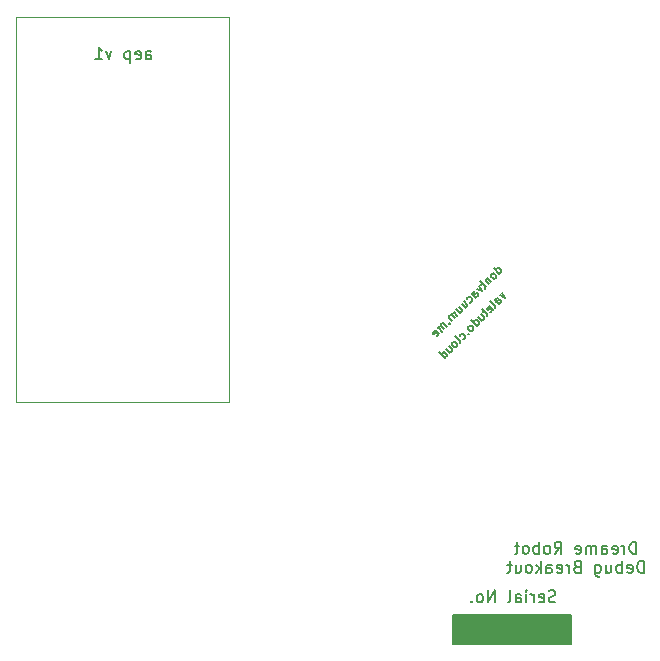
<source format=gbr>
%TF.GenerationSoftware,KiCad,Pcbnew,7.0.7*%
%TF.CreationDate,2023-09-15T20:16:18+02:00*%
%TF.ProjectId,DreameBreakout,44726561-6d65-4427-9265-616b6f75742e,rev?*%
%TF.SameCoordinates,Original*%
%TF.FileFunction,Legend,Bot*%
%TF.FilePolarity,Positive*%
%FSLAX45Y45*%
G04 Gerber Fmt 4.5, Leading zero omitted, Abs format (unit mm)*
G04 Created by KiCad (PCBNEW 7.0.7) date 2023-09-15 20:16:18*
%MOMM*%
%LPD*%
G01*
G04 APERTURE LIST*
%TA.AperFunction,Profile*%
%ADD10C,0.100000*%
%TD*%
%ADD11C,0.150000*%
%ADD12C,0.175000*%
%ADD13R,1.700000X1.700000*%
%ADD14O,1.700000X1.700000*%
%ADD15R,1.428000X1.428000*%
%ADD16C,1.428000*%
%ADD17C,3.346000*%
%ADD18R,1.350000X1.350000*%
%ADD19O,1.350000X1.350000*%
%ADD20O,1.252400X2.352400*%
%ADD21C,1.700000*%
G04 APERTURE END LIST*
D10*
X5000000Y-4065500D02*
X6800000Y-4065500D01*
X6800000Y-7332600D01*
X5000000Y-7332600D01*
X5000000Y-4065500D01*
D11*
X8694800Y-9131300D02*
X9694800Y-9131300D01*
X9694800Y-9381300D01*
X8694800Y-9381300D01*
X8694800Y-9131300D01*
G36*
X8694800Y-9131300D02*
G01*
X9694800Y-9131300D01*
X9694800Y-9381300D01*
X8694800Y-9381300D01*
X8694800Y-9131300D01*
G37*
X10248043Y-8613682D02*
X10248043Y-8513682D01*
X10248043Y-8513682D02*
X10224233Y-8513682D01*
X10224233Y-8513682D02*
X10209948Y-8518444D01*
X10209948Y-8518444D02*
X10200424Y-8527968D01*
X10200424Y-8527968D02*
X10195662Y-8537491D01*
X10195662Y-8537491D02*
X10190900Y-8556539D01*
X10190900Y-8556539D02*
X10190900Y-8570825D01*
X10190900Y-8570825D02*
X10195662Y-8589872D01*
X10195662Y-8589872D02*
X10200424Y-8599396D01*
X10200424Y-8599396D02*
X10209948Y-8608920D01*
X10209948Y-8608920D02*
X10224233Y-8613682D01*
X10224233Y-8613682D02*
X10248043Y-8613682D01*
X10148043Y-8613682D02*
X10148043Y-8547015D01*
X10148043Y-8566063D02*
X10143281Y-8556539D01*
X10143281Y-8556539D02*
X10138519Y-8551777D01*
X10138519Y-8551777D02*
X10128995Y-8547015D01*
X10128995Y-8547015D02*
X10119471Y-8547015D01*
X10048043Y-8608920D02*
X10057567Y-8613682D01*
X10057567Y-8613682D02*
X10076614Y-8613682D01*
X10076614Y-8613682D02*
X10086138Y-8608920D01*
X10086138Y-8608920D02*
X10090900Y-8599396D01*
X10090900Y-8599396D02*
X10090900Y-8561301D01*
X10090900Y-8561301D02*
X10086138Y-8551777D01*
X10086138Y-8551777D02*
X10076614Y-8547015D01*
X10076614Y-8547015D02*
X10057567Y-8547015D01*
X10057567Y-8547015D02*
X10048043Y-8551777D01*
X10048043Y-8551777D02*
X10043281Y-8561301D01*
X10043281Y-8561301D02*
X10043281Y-8570825D01*
X10043281Y-8570825D02*
X10090900Y-8580349D01*
X9957567Y-8613682D02*
X9957567Y-8561301D01*
X9957567Y-8561301D02*
X9962329Y-8551777D01*
X9962329Y-8551777D02*
X9971852Y-8547015D01*
X9971852Y-8547015D02*
X9990900Y-8547015D01*
X9990900Y-8547015D02*
X10000424Y-8551777D01*
X9957567Y-8608920D02*
X9967090Y-8613682D01*
X9967090Y-8613682D02*
X9990900Y-8613682D01*
X9990900Y-8613682D02*
X10000424Y-8608920D01*
X10000424Y-8608920D02*
X10005186Y-8599396D01*
X10005186Y-8599396D02*
X10005186Y-8589872D01*
X10005186Y-8589872D02*
X10000424Y-8580349D01*
X10000424Y-8580349D02*
X9990900Y-8575587D01*
X9990900Y-8575587D02*
X9967090Y-8575587D01*
X9967090Y-8575587D02*
X9957567Y-8570825D01*
X9909948Y-8613682D02*
X9909948Y-8547015D01*
X9909948Y-8556539D02*
X9905186Y-8551777D01*
X9905186Y-8551777D02*
X9895662Y-8547015D01*
X9895662Y-8547015D02*
X9881376Y-8547015D01*
X9881376Y-8547015D02*
X9871852Y-8551777D01*
X9871852Y-8551777D02*
X9867090Y-8561301D01*
X9867090Y-8561301D02*
X9867090Y-8613682D01*
X9867090Y-8561301D02*
X9862329Y-8551777D01*
X9862329Y-8551777D02*
X9852805Y-8547015D01*
X9852805Y-8547015D02*
X9838519Y-8547015D01*
X9838519Y-8547015D02*
X9828995Y-8551777D01*
X9828995Y-8551777D02*
X9824233Y-8561301D01*
X9824233Y-8561301D02*
X9824233Y-8613682D01*
X9738519Y-8608920D02*
X9748043Y-8613682D01*
X9748043Y-8613682D02*
X9767090Y-8613682D01*
X9767090Y-8613682D02*
X9776614Y-8608920D01*
X9776614Y-8608920D02*
X9781376Y-8599396D01*
X9781376Y-8599396D02*
X9781376Y-8561301D01*
X9781376Y-8561301D02*
X9776614Y-8551777D01*
X9776614Y-8551777D02*
X9767090Y-8547015D01*
X9767090Y-8547015D02*
X9748043Y-8547015D01*
X9748043Y-8547015D02*
X9738519Y-8551777D01*
X9738519Y-8551777D02*
X9733757Y-8561301D01*
X9733757Y-8561301D02*
X9733757Y-8570825D01*
X9733757Y-8570825D02*
X9781376Y-8580349D01*
X9557567Y-8613682D02*
X9590900Y-8566063D01*
X9614709Y-8613682D02*
X9614709Y-8513682D01*
X9614709Y-8513682D02*
X9576614Y-8513682D01*
X9576614Y-8513682D02*
X9567090Y-8518444D01*
X9567090Y-8518444D02*
X9562329Y-8523206D01*
X9562329Y-8523206D02*
X9557567Y-8532730D01*
X9557567Y-8532730D02*
X9557567Y-8547015D01*
X9557567Y-8547015D02*
X9562329Y-8556539D01*
X9562329Y-8556539D02*
X9567090Y-8561301D01*
X9567090Y-8561301D02*
X9576614Y-8566063D01*
X9576614Y-8566063D02*
X9614709Y-8566063D01*
X9500424Y-8613682D02*
X9509948Y-8608920D01*
X9509948Y-8608920D02*
X9514709Y-8604158D01*
X9514709Y-8604158D02*
X9519471Y-8594634D01*
X9519471Y-8594634D02*
X9519471Y-8566063D01*
X9519471Y-8566063D02*
X9514709Y-8556539D01*
X9514709Y-8556539D02*
X9509948Y-8551777D01*
X9509948Y-8551777D02*
X9500424Y-8547015D01*
X9500424Y-8547015D02*
X9486138Y-8547015D01*
X9486138Y-8547015D02*
X9476614Y-8551777D01*
X9476614Y-8551777D02*
X9471852Y-8556539D01*
X9471852Y-8556539D02*
X9467090Y-8566063D01*
X9467090Y-8566063D02*
X9467090Y-8594634D01*
X9467090Y-8594634D02*
X9471852Y-8604158D01*
X9471852Y-8604158D02*
X9476614Y-8608920D01*
X9476614Y-8608920D02*
X9486138Y-8613682D01*
X9486138Y-8613682D02*
X9500424Y-8613682D01*
X9424233Y-8613682D02*
X9424233Y-8513682D01*
X9424233Y-8551777D02*
X9414709Y-8547015D01*
X9414709Y-8547015D02*
X9395662Y-8547015D01*
X9395662Y-8547015D02*
X9386138Y-8551777D01*
X9386138Y-8551777D02*
X9381376Y-8556539D01*
X9381376Y-8556539D02*
X9376614Y-8566063D01*
X9376614Y-8566063D02*
X9376614Y-8594634D01*
X9376614Y-8594634D02*
X9381376Y-8604158D01*
X9381376Y-8604158D02*
X9386138Y-8608920D01*
X9386138Y-8608920D02*
X9395662Y-8613682D01*
X9395662Y-8613682D02*
X9414709Y-8613682D01*
X9414709Y-8613682D02*
X9424233Y-8608920D01*
X9319471Y-8613682D02*
X9328995Y-8608920D01*
X9328995Y-8608920D02*
X9333757Y-8604158D01*
X9333757Y-8604158D02*
X9338519Y-8594634D01*
X9338519Y-8594634D02*
X9338519Y-8566063D01*
X9338519Y-8566063D02*
X9333757Y-8556539D01*
X9333757Y-8556539D02*
X9328995Y-8551777D01*
X9328995Y-8551777D02*
X9319471Y-8547015D01*
X9319471Y-8547015D02*
X9305186Y-8547015D01*
X9305186Y-8547015D02*
X9295662Y-8551777D01*
X9295662Y-8551777D02*
X9290900Y-8556539D01*
X9290900Y-8556539D02*
X9286138Y-8566063D01*
X9286138Y-8566063D02*
X9286138Y-8594634D01*
X9286138Y-8594634D02*
X9290900Y-8604158D01*
X9290900Y-8604158D02*
X9295662Y-8608920D01*
X9295662Y-8608920D02*
X9305186Y-8613682D01*
X9305186Y-8613682D02*
X9319471Y-8613682D01*
X9257567Y-8547015D02*
X9219471Y-8547015D01*
X9243281Y-8513682D02*
X9243281Y-8599396D01*
X9243281Y-8599396D02*
X9238519Y-8608920D01*
X9238519Y-8608920D02*
X9228995Y-8613682D01*
X9228995Y-8613682D02*
X9219471Y-8613682D01*
X10312329Y-8774682D02*
X10312329Y-8674682D01*
X10312329Y-8674682D02*
X10288519Y-8674682D01*
X10288519Y-8674682D02*
X10274233Y-8679444D01*
X10274233Y-8679444D02*
X10264710Y-8688968D01*
X10264710Y-8688968D02*
X10259948Y-8698491D01*
X10259948Y-8698491D02*
X10255186Y-8717539D01*
X10255186Y-8717539D02*
X10255186Y-8731825D01*
X10255186Y-8731825D02*
X10259948Y-8750872D01*
X10259948Y-8750872D02*
X10264710Y-8760396D01*
X10264710Y-8760396D02*
X10274233Y-8769920D01*
X10274233Y-8769920D02*
X10288519Y-8774682D01*
X10288519Y-8774682D02*
X10312329Y-8774682D01*
X10174233Y-8769920D02*
X10183757Y-8774682D01*
X10183757Y-8774682D02*
X10202805Y-8774682D01*
X10202805Y-8774682D02*
X10212329Y-8769920D01*
X10212329Y-8769920D02*
X10217091Y-8760396D01*
X10217091Y-8760396D02*
X10217091Y-8722301D01*
X10217091Y-8722301D02*
X10212329Y-8712777D01*
X10212329Y-8712777D02*
X10202805Y-8708015D01*
X10202805Y-8708015D02*
X10183757Y-8708015D01*
X10183757Y-8708015D02*
X10174233Y-8712777D01*
X10174233Y-8712777D02*
X10169472Y-8722301D01*
X10169472Y-8722301D02*
X10169472Y-8731825D01*
X10169472Y-8731825D02*
X10217091Y-8741349D01*
X10126614Y-8774682D02*
X10126614Y-8674682D01*
X10126614Y-8712777D02*
X10117091Y-8708015D01*
X10117091Y-8708015D02*
X10098043Y-8708015D01*
X10098043Y-8708015D02*
X10088519Y-8712777D01*
X10088519Y-8712777D02*
X10083757Y-8717539D01*
X10083757Y-8717539D02*
X10078995Y-8727063D01*
X10078995Y-8727063D02*
X10078995Y-8755634D01*
X10078995Y-8755634D02*
X10083757Y-8765158D01*
X10083757Y-8765158D02*
X10088519Y-8769920D01*
X10088519Y-8769920D02*
X10098043Y-8774682D01*
X10098043Y-8774682D02*
X10117091Y-8774682D01*
X10117091Y-8774682D02*
X10126614Y-8769920D01*
X9993281Y-8708015D02*
X9993281Y-8774682D01*
X10036138Y-8708015D02*
X10036138Y-8760396D01*
X10036138Y-8760396D02*
X10031376Y-8769920D01*
X10031376Y-8769920D02*
X10021852Y-8774682D01*
X10021852Y-8774682D02*
X10007567Y-8774682D01*
X10007567Y-8774682D02*
X9998043Y-8769920D01*
X9998043Y-8769920D02*
X9993281Y-8765158D01*
X9902805Y-8708015D02*
X9902805Y-8788968D01*
X9902805Y-8788968D02*
X9907567Y-8798491D01*
X9907567Y-8798491D02*
X9912329Y-8803253D01*
X9912329Y-8803253D02*
X9921852Y-8808015D01*
X9921852Y-8808015D02*
X9936138Y-8808015D01*
X9936138Y-8808015D02*
X9945662Y-8803253D01*
X9902805Y-8769920D02*
X9912329Y-8774682D01*
X9912329Y-8774682D02*
X9931376Y-8774682D01*
X9931376Y-8774682D02*
X9940900Y-8769920D01*
X9940900Y-8769920D02*
X9945662Y-8765158D01*
X9945662Y-8765158D02*
X9950424Y-8755634D01*
X9950424Y-8755634D02*
X9950424Y-8727063D01*
X9950424Y-8727063D02*
X9945662Y-8717539D01*
X9945662Y-8717539D02*
X9940900Y-8712777D01*
X9940900Y-8712777D02*
X9931376Y-8708015D01*
X9931376Y-8708015D02*
X9912329Y-8708015D01*
X9912329Y-8708015D02*
X9902805Y-8712777D01*
X9745662Y-8722301D02*
X9731376Y-8727063D01*
X9731376Y-8727063D02*
X9726614Y-8731825D01*
X9726614Y-8731825D02*
X9721852Y-8741349D01*
X9721852Y-8741349D02*
X9721852Y-8755634D01*
X9721852Y-8755634D02*
X9726614Y-8765158D01*
X9726614Y-8765158D02*
X9731376Y-8769920D01*
X9731376Y-8769920D02*
X9740900Y-8774682D01*
X9740900Y-8774682D02*
X9778995Y-8774682D01*
X9778995Y-8774682D02*
X9778995Y-8674682D01*
X9778995Y-8674682D02*
X9745662Y-8674682D01*
X9745662Y-8674682D02*
X9736138Y-8679444D01*
X9736138Y-8679444D02*
X9731376Y-8684206D01*
X9731376Y-8684206D02*
X9726614Y-8693730D01*
X9726614Y-8693730D02*
X9726614Y-8703253D01*
X9726614Y-8703253D02*
X9731376Y-8712777D01*
X9731376Y-8712777D02*
X9736138Y-8717539D01*
X9736138Y-8717539D02*
X9745662Y-8722301D01*
X9745662Y-8722301D02*
X9778995Y-8722301D01*
X9678995Y-8774682D02*
X9678995Y-8708015D01*
X9678995Y-8727063D02*
X9674233Y-8717539D01*
X9674233Y-8717539D02*
X9669471Y-8712777D01*
X9669471Y-8712777D02*
X9659948Y-8708015D01*
X9659948Y-8708015D02*
X9650424Y-8708015D01*
X9578995Y-8769920D02*
X9588519Y-8774682D01*
X9588519Y-8774682D02*
X9607567Y-8774682D01*
X9607567Y-8774682D02*
X9617090Y-8769920D01*
X9617090Y-8769920D02*
X9621852Y-8760396D01*
X9621852Y-8760396D02*
X9621852Y-8722301D01*
X9621852Y-8722301D02*
X9617090Y-8712777D01*
X9617090Y-8712777D02*
X9607567Y-8708015D01*
X9607567Y-8708015D02*
X9588519Y-8708015D01*
X9588519Y-8708015D02*
X9578995Y-8712777D01*
X9578995Y-8712777D02*
X9574233Y-8722301D01*
X9574233Y-8722301D02*
X9574233Y-8731825D01*
X9574233Y-8731825D02*
X9621852Y-8741349D01*
X9488519Y-8774682D02*
X9488519Y-8722301D01*
X9488519Y-8722301D02*
X9493281Y-8712777D01*
X9493281Y-8712777D02*
X9502805Y-8708015D01*
X9502805Y-8708015D02*
X9521852Y-8708015D01*
X9521852Y-8708015D02*
X9531376Y-8712777D01*
X9488519Y-8769920D02*
X9498043Y-8774682D01*
X9498043Y-8774682D02*
X9521852Y-8774682D01*
X9521852Y-8774682D02*
X9531376Y-8769920D01*
X9531376Y-8769920D02*
X9536138Y-8760396D01*
X9536138Y-8760396D02*
X9536138Y-8750872D01*
X9536138Y-8750872D02*
X9531376Y-8741349D01*
X9531376Y-8741349D02*
X9521852Y-8736587D01*
X9521852Y-8736587D02*
X9498043Y-8736587D01*
X9498043Y-8736587D02*
X9488519Y-8731825D01*
X9440900Y-8774682D02*
X9440900Y-8674682D01*
X9431376Y-8736587D02*
X9402805Y-8774682D01*
X9402805Y-8708015D02*
X9440900Y-8746110D01*
X9345662Y-8774682D02*
X9355186Y-8769920D01*
X9355186Y-8769920D02*
X9359948Y-8765158D01*
X9359948Y-8765158D02*
X9364709Y-8755634D01*
X9364709Y-8755634D02*
X9364709Y-8727063D01*
X9364709Y-8727063D02*
X9359948Y-8717539D01*
X9359948Y-8717539D02*
X9355186Y-8712777D01*
X9355186Y-8712777D02*
X9345662Y-8708015D01*
X9345662Y-8708015D02*
X9331376Y-8708015D01*
X9331376Y-8708015D02*
X9321852Y-8712777D01*
X9321852Y-8712777D02*
X9317090Y-8717539D01*
X9317090Y-8717539D02*
X9312329Y-8727063D01*
X9312329Y-8727063D02*
X9312329Y-8755634D01*
X9312329Y-8755634D02*
X9317090Y-8765158D01*
X9317090Y-8765158D02*
X9321852Y-8769920D01*
X9321852Y-8769920D02*
X9331376Y-8774682D01*
X9331376Y-8774682D02*
X9345662Y-8774682D01*
X9226614Y-8708015D02*
X9226614Y-8774682D01*
X9269471Y-8708015D02*
X9269471Y-8760396D01*
X9269471Y-8760396D02*
X9264709Y-8769920D01*
X9264709Y-8769920D02*
X9255186Y-8774682D01*
X9255186Y-8774682D02*
X9240900Y-8774682D01*
X9240900Y-8774682D02*
X9231376Y-8769920D01*
X9231376Y-8769920D02*
X9226614Y-8765158D01*
X9193281Y-8708015D02*
X9155186Y-8708015D01*
X9178995Y-8674682D02*
X9178995Y-8760396D01*
X9178995Y-8760396D02*
X9174233Y-8769920D01*
X9174233Y-8769920D02*
X9164709Y-8774682D01*
X9164709Y-8774682D02*
X9155186Y-8774682D01*
D12*
X9090613Y-6244697D02*
X9041116Y-6195199D01*
X9088256Y-6242340D02*
X9095327Y-6239983D01*
X9095327Y-6239983D02*
X9104755Y-6230554D01*
X9104755Y-6230554D02*
X9107112Y-6223483D01*
X9107112Y-6223483D02*
X9107112Y-6218769D01*
X9107112Y-6218769D02*
X9104755Y-6211698D01*
X9104755Y-6211698D02*
X9090613Y-6197556D01*
X9090613Y-6197556D02*
X9083542Y-6195199D01*
X9083542Y-6195199D02*
X9078828Y-6195199D01*
X9078828Y-6195199D02*
X9071757Y-6197556D01*
X9071757Y-6197556D02*
X9062329Y-6206984D01*
X9062329Y-6206984D02*
X9059972Y-6214055D01*
X9059972Y-6275338D02*
X9062329Y-6268267D01*
X9062329Y-6268267D02*
X9062329Y-6263553D01*
X9062329Y-6263553D02*
X9059972Y-6256482D01*
X9059972Y-6256482D02*
X9045830Y-6242340D01*
X9045830Y-6242340D02*
X9038759Y-6239983D01*
X9038759Y-6239983D02*
X9034045Y-6239983D01*
X9034045Y-6239983D02*
X9026974Y-6242340D01*
X9026974Y-6242340D02*
X9019903Y-6249411D01*
X9019903Y-6249411D02*
X9017546Y-6256482D01*
X9017546Y-6256482D02*
X9017546Y-6261196D01*
X9017546Y-6261196D02*
X9019903Y-6268267D01*
X9019903Y-6268267D02*
X9034045Y-6282409D01*
X9034045Y-6282409D02*
X9041116Y-6284766D01*
X9041116Y-6284766D02*
X9045830Y-6284766D01*
X9045830Y-6284766D02*
X9052901Y-6282409D01*
X9052901Y-6282409D02*
X9059972Y-6275338D01*
X8989261Y-6280052D02*
X9022260Y-6313050D01*
X8993975Y-6284766D02*
X8989261Y-6284766D01*
X8989261Y-6284766D02*
X8982190Y-6287123D01*
X8982190Y-6287123D02*
X8975119Y-6294194D01*
X8975119Y-6294194D02*
X8972762Y-6301265D01*
X8972762Y-6301265D02*
X8975119Y-6308336D01*
X8975119Y-6308336D02*
X9001047Y-6334263D01*
X8951549Y-6317764D02*
X8932693Y-6336620D01*
X8927979Y-6308336D02*
X8970405Y-6350763D01*
X8970405Y-6350763D02*
X8972762Y-6357834D01*
X8972762Y-6357834D02*
X8970405Y-6364905D01*
X8970405Y-6364905D02*
X8965691Y-6369619D01*
X8920908Y-6348406D02*
X8942121Y-6393189D01*
X8942121Y-6393189D02*
X8897338Y-6371976D01*
X8890267Y-6445043D02*
X8864339Y-6419116D01*
X8864339Y-6419116D02*
X8861982Y-6412045D01*
X8861982Y-6412045D02*
X8864339Y-6404974D01*
X8864339Y-6404974D02*
X8873767Y-6395546D01*
X8873767Y-6395546D02*
X8880838Y-6393189D01*
X8887909Y-6442686D02*
X8894981Y-6440329D01*
X8894981Y-6440329D02*
X8906766Y-6428544D01*
X8906766Y-6428544D02*
X8909123Y-6421473D01*
X8909123Y-6421473D02*
X8906766Y-6414402D01*
X8906766Y-6414402D02*
X8902052Y-6409688D01*
X8902052Y-6409688D02*
X8894981Y-6407331D01*
X8894981Y-6407331D02*
X8887909Y-6409688D01*
X8887909Y-6409688D02*
X8876124Y-6421473D01*
X8876124Y-6421473D02*
X8869053Y-6423830D01*
X8843126Y-6487470D02*
X8850197Y-6485113D01*
X8850197Y-6485113D02*
X8859625Y-6475685D01*
X8859625Y-6475685D02*
X8861982Y-6468614D01*
X8861982Y-6468614D02*
X8861982Y-6463900D01*
X8861982Y-6463900D02*
X8859625Y-6456829D01*
X8859625Y-6456829D02*
X8845483Y-6442686D01*
X8845483Y-6442686D02*
X8838412Y-6440329D01*
X8838412Y-6440329D02*
X8833698Y-6440329D01*
X8833698Y-6440329D02*
X8826627Y-6442686D01*
X8826627Y-6442686D02*
X8817199Y-6452114D01*
X8817199Y-6452114D02*
X8814842Y-6459186D01*
X8770058Y-6499255D02*
X8803057Y-6532253D01*
X8791272Y-6478042D02*
X8817199Y-6503969D01*
X8817199Y-6503969D02*
X8819556Y-6511040D01*
X8819556Y-6511040D02*
X8817199Y-6518111D01*
X8817199Y-6518111D02*
X8810128Y-6525182D01*
X8810128Y-6525182D02*
X8803057Y-6527539D01*
X8803057Y-6527539D02*
X8798343Y-6527539D01*
X8725275Y-6544038D02*
X8758273Y-6577037D01*
X8746488Y-6522825D02*
X8772415Y-6548752D01*
X8772415Y-6548752D02*
X8774772Y-6555823D01*
X8774772Y-6555823D02*
X8772415Y-6562894D01*
X8772415Y-6562894D02*
X8765344Y-6569966D01*
X8765344Y-6569966D02*
X8758273Y-6572323D01*
X8758273Y-6572323D02*
X8753559Y-6572323D01*
X8734703Y-6600607D02*
X8701705Y-6567609D01*
X8706419Y-6572323D02*
X8701705Y-6572323D01*
X8701705Y-6572323D02*
X8694634Y-6574680D01*
X8694634Y-6574680D02*
X8687563Y-6581751D01*
X8687563Y-6581751D02*
X8685206Y-6588822D01*
X8685206Y-6588822D02*
X8687563Y-6595893D01*
X8687563Y-6595893D02*
X8713490Y-6621820D01*
X8687563Y-6595893D02*
X8680492Y-6593536D01*
X8680492Y-6593536D02*
X8673420Y-6595893D01*
X8673420Y-6595893D02*
X8666349Y-6602964D01*
X8666349Y-6602964D02*
X8663992Y-6610035D01*
X8663992Y-6610035D02*
X8666349Y-6617106D01*
X8666349Y-6617106D02*
X8692277Y-6643033D01*
X8663992Y-6661889D02*
X8663992Y-6666603D01*
X8663992Y-6666603D02*
X8668706Y-6666603D01*
X8668706Y-6666603D02*
X8668706Y-6661889D01*
X8668706Y-6661889D02*
X8663992Y-6661889D01*
X8663992Y-6661889D02*
X8668706Y-6666603D01*
X8645136Y-6690174D02*
X8612138Y-6657175D01*
X8616852Y-6661889D02*
X8612138Y-6661889D01*
X8612138Y-6661889D02*
X8605067Y-6664246D01*
X8605067Y-6664246D02*
X8597996Y-6671317D01*
X8597996Y-6671317D02*
X8595639Y-6678389D01*
X8595639Y-6678389D02*
X8597996Y-6685460D01*
X8597996Y-6685460D02*
X8623923Y-6711387D01*
X8597996Y-6685460D02*
X8590925Y-6683103D01*
X8590925Y-6683103D02*
X8583854Y-6685460D01*
X8583854Y-6685460D02*
X8576783Y-6692531D01*
X8576783Y-6692531D02*
X8574426Y-6699602D01*
X8574426Y-6699602D02*
X8576783Y-6706673D01*
X8576783Y-6706673D02*
X8602710Y-6732600D01*
X8557926Y-6772669D02*
X8564998Y-6770312D01*
X8564998Y-6770312D02*
X8574426Y-6760884D01*
X8574426Y-6760884D02*
X8576783Y-6753813D01*
X8576783Y-6753813D02*
X8574426Y-6746742D01*
X8574426Y-6746742D02*
X8555569Y-6727886D01*
X8555569Y-6727886D02*
X8548498Y-6725529D01*
X8548498Y-6725529D02*
X8541427Y-6727886D01*
X8541427Y-6727886D02*
X8531999Y-6737314D01*
X8531999Y-6737314D02*
X8529642Y-6744385D01*
X8529642Y-6744385D02*
X8531999Y-6751456D01*
X8531999Y-6751456D02*
X8536713Y-6756170D01*
X8536713Y-6756170D02*
X8564998Y-6737314D01*
X9115865Y-6403449D02*
X9137078Y-6448232D01*
X9137078Y-6448232D02*
X9092294Y-6427019D01*
X9085223Y-6500087D02*
X9059296Y-6474159D01*
X9059296Y-6474159D02*
X9056939Y-6467088D01*
X9056939Y-6467088D02*
X9059296Y-6460017D01*
X9059296Y-6460017D02*
X9068724Y-6450589D01*
X9068724Y-6450589D02*
X9075795Y-6448232D01*
X9082866Y-6497730D02*
X9089937Y-6495373D01*
X9089937Y-6495373D02*
X9101722Y-6483587D01*
X9101722Y-6483587D02*
X9104080Y-6476516D01*
X9104080Y-6476516D02*
X9101722Y-6469445D01*
X9101722Y-6469445D02*
X9097008Y-6464731D01*
X9097008Y-6464731D02*
X9089937Y-6462374D01*
X9089937Y-6462374D02*
X9082866Y-6464731D01*
X9082866Y-6464731D02*
X9071081Y-6476516D01*
X9071081Y-6476516D02*
X9064010Y-6478873D01*
X9054582Y-6530728D02*
X9056939Y-6523657D01*
X9056939Y-6523657D02*
X9054582Y-6516586D01*
X9054582Y-6516586D02*
X9012156Y-6474159D01*
X9014513Y-6566083D02*
X9021584Y-6563726D01*
X9021584Y-6563726D02*
X9031012Y-6554298D01*
X9031012Y-6554298D02*
X9033369Y-6547227D01*
X9033369Y-6547227D02*
X9031012Y-6540156D01*
X9031012Y-6540156D02*
X9012156Y-6521300D01*
X9012156Y-6521300D02*
X9005085Y-6518943D01*
X9005085Y-6518943D02*
X8998013Y-6521300D01*
X8998013Y-6521300D02*
X8988585Y-6530728D01*
X8988585Y-6530728D02*
X8986228Y-6537799D01*
X8986228Y-6537799D02*
X8988585Y-6544870D01*
X8988585Y-6544870D02*
X8993299Y-6549584D01*
X8993299Y-6549584D02*
X9021584Y-6530728D01*
X8967372Y-6551941D02*
X8948516Y-6570797D01*
X8943802Y-6542513D02*
X8986228Y-6584939D01*
X8986228Y-6584939D02*
X8988585Y-6592010D01*
X8988585Y-6592010D02*
X8986228Y-6599082D01*
X8986228Y-6599082D02*
X8981514Y-6603796D01*
X8910804Y-6608510D02*
X8943802Y-6641508D01*
X8932017Y-6587296D02*
X8957944Y-6613224D01*
X8957944Y-6613224D02*
X8960301Y-6620295D01*
X8960301Y-6620295D02*
X8957944Y-6627366D01*
X8957944Y-6627366D02*
X8950873Y-6634437D01*
X8950873Y-6634437D02*
X8943802Y-6636794D01*
X8943802Y-6636794D02*
X8939088Y-6636794D01*
X8899019Y-6686291D02*
X8849521Y-6636794D01*
X8896662Y-6683934D02*
X8903733Y-6681577D01*
X8903733Y-6681577D02*
X8913161Y-6672149D01*
X8913161Y-6672149D02*
X8915518Y-6665078D01*
X8915518Y-6665078D02*
X8915518Y-6660364D01*
X8915518Y-6660364D02*
X8913161Y-6653293D01*
X8913161Y-6653293D02*
X8899019Y-6639151D01*
X8899019Y-6639151D02*
X8891947Y-6636794D01*
X8891947Y-6636794D02*
X8887233Y-6636794D01*
X8887233Y-6636794D02*
X8880162Y-6639151D01*
X8880162Y-6639151D02*
X8870734Y-6648579D01*
X8870734Y-6648579D02*
X8868377Y-6655650D01*
X8868377Y-6716933D02*
X8870734Y-6709862D01*
X8870734Y-6709862D02*
X8870734Y-6705148D01*
X8870734Y-6705148D02*
X8868377Y-6698076D01*
X8868377Y-6698076D02*
X8854235Y-6683934D01*
X8854235Y-6683934D02*
X8847164Y-6681577D01*
X8847164Y-6681577D02*
X8842450Y-6681577D01*
X8842450Y-6681577D02*
X8835379Y-6683934D01*
X8835379Y-6683934D02*
X8828308Y-6691005D01*
X8828308Y-6691005D02*
X8825951Y-6698076D01*
X8825951Y-6698076D02*
X8825951Y-6702790D01*
X8825951Y-6702790D02*
X8828308Y-6709862D01*
X8828308Y-6709862D02*
X8842450Y-6724004D01*
X8842450Y-6724004D02*
X8849521Y-6726361D01*
X8849521Y-6726361D02*
X8854235Y-6726361D01*
X8854235Y-6726361D02*
X8861306Y-6724004D01*
X8861306Y-6724004D02*
X8868377Y-6716933D01*
X8825951Y-6749931D02*
X8825951Y-6754645D01*
X8825951Y-6754645D02*
X8830665Y-6754645D01*
X8830665Y-6754645D02*
X8830665Y-6749931D01*
X8830665Y-6749931D02*
X8825951Y-6749931D01*
X8825951Y-6749931D02*
X8830665Y-6754645D01*
X8783525Y-6797071D02*
X8790596Y-6794714D01*
X8790596Y-6794714D02*
X8800024Y-6785286D01*
X8800024Y-6785286D02*
X8802381Y-6778215D01*
X8802381Y-6778215D02*
X8802381Y-6773501D01*
X8802381Y-6773501D02*
X8800024Y-6766430D01*
X8800024Y-6766430D02*
X8785882Y-6752288D01*
X8785882Y-6752288D02*
X8778810Y-6749931D01*
X8778810Y-6749931D02*
X8774096Y-6749931D01*
X8774096Y-6749931D02*
X8767025Y-6752288D01*
X8767025Y-6752288D02*
X8757597Y-6761716D01*
X8757597Y-6761716D02*
X8755240Y-6768787D01*
X8757597Y-6827713D02*
X8759954Y-6820642D01*
X8759954Y-6820642D02*
X8757597Y-6813571D01*
X8757597Y-6813571D02*
X8715171Y-6771144D01*
X8731670Y-6853640D02*
X8734027Y-6846569D01*
X8734027Y-6846569D02*
X8734027Y-6841855D01*
X8734027Y-6841855D02*
X8731670Y-6834784D01*
X8731670Y-6834784D02*
X8717528Y-6820642D01*
X8717528Y-6820642D02*
X8710457Y-6818285D01*
X8710457Y-6818285D02*
X8705743Y-6818285D01*
X8705743Y-6818285D02*
X8698672Y-6820642D01*
X8698672Y-6820642D02*
X8691601Y-6827713D01*
X8691601Y-6827713D02*
X8689244Y-6834784D01*
X8689244Y-6834784D02*
X8689244Y-6839498D01*
X8689244Y-6839498D02*
X8691601Y-6846569D01*
X8691601Y-6846569D02*
X8705743Y-6860711D01*
X8705743Y-6860711D02*
X8712814Y-6863068D01*
X8712814Y-6863068D02*
X8717528Y-6863068D01*
X8717528Y-6863068D02*
X8724599Y-6860711D01*
X8724599Y-6860711D02*
X8731670Y-6853640D01*
X8639746Y-6879567D02*
X8672744Y-6912565D01*
X8660959Y-6858354D02*
X8686887Y-6884281D01*
X8686887Y-6884281D02*
X8689244Y-6891352D01*
X8689244Y-6891352D02*
X8686887Y-6898423D01*
X8686887Y-6898423D02*
X8679816Y-6905494D01*
X8679816Y-6905494D02*
X8672744Y-6907851D01*
X8672744Y-6907851D02*
X8668030Y-6907851D01*
X8627961Y-6957349D02*
X8578464Y-6907851D01*
X8625604Y-6954992D02*
X8632675Y-6952635D01*
X8632675Y-6952635D02*
X8642103Y-6943207D01*
X8642103Y-6943207D02*
X8644460Y-6936136D01*
X8644460Y-6936136D02*
X8644460Y-6931422D01*
X8644460Y-6931422D02*
X8642103Y-6924351D01*
X8642103Y-6924351D02*
X8627961Y-6910208D01*
X8627961Y-6910208D02*
X8620890Y-6907851D01*
X8620890Y-6907851D02*
X8616176Y-6907851D01*
X8616176Y-6907851D02*
X8609105Y-6910208D01*
X8609105Y-6910208D02*
X8599677Y-6919636D01*
X8599677Y-6919636D02*
X8597320Y-6926708D01*
D11*
X9564643Y-9019620D02*
X9550357Y-9024382D01*
X9550357Y-9024382D02*
X9526548Y-9024382D01*
X9526548Y-9024382D02*
X9517024Y-9019620D01*
X9517024Y-9019620D02*
X9512262Y-9014858D01*
X9512262Y-9014858D02*
X9507500Y-9005334D01*
X9507500Y-9005334D02*
X9507500Y-8995810D01*
X9507500Y-8995810D02*
X9512262Y-8986287D01*
X9512262Y-8986287D02*
X9517024Y-8981525D01*
X9517024Y-8981525D02*
X9526548Y-8976763D01*
X9526548Y-8976763D02*
X9545595Y-8972001D01*
X9545595Y-8972001D02*
X9555119Y-8967239D01*
X9555119Y-8967239D02*
X9559881Y-8962477D01*
X9559881Y-8962477D02*
X9564643Y-8952953D01*
X9564643Y-8952953D02*
X9564643Y-8943430D01*
X9564643Y-8943430D02*
X9559881Y-8933906D01*
X9559881Y-8933906D02*
X9555119Y-8929144D01*
X9555119Y-8929144D02*
X9545595Y-8924382D01*
X9545595Y-8924382D02*
X9521786Y-8924382D01*
X9521786Y-8924382D02*
X9507500Y-8929144D01*
X9426548Y-9019620D02*
X9436071Y-9024382D01*
X9436071Y-9024382D02*
X9455119Y-9024382D01*
X9455119Y-9024382D02*
X9464643Y-9019620D01*
X9464643Y-9019620D02*
X9469405Y-9010096D01*
X9469405Y-9010096D02*
X9469405Y-8972001D01*
X9469405Y-8972001D02*
X9464643Y-8962477D01*
X9464643Y-8962477D02*
X9455119Y-8957715D01*
X9455119Y-8957715D02*
X9436071Y-8957715D01*
X9436071Y-8957715D02*
X9426548Y-8962477D01*
X9426548Y-8962477D02*
X9421786Y-8972001D01*
X9421786Y-8972001D02*
X9421786Y-8981525D01*
X9421786Y-8981525D02*
X9469405Y-8991049D01*
X9378929Y-9024382D02*
X9378929Y-8957715D01*
X9378929Y-8976763D02*
X9374167Y-8967239D01*
X9374167Y-8967239D02*
X9369405Y-8962477D01*
X9369405Y-8962477D02*
X9359881Y-8957715D01*
X9359881Y-8957715D02*
X9350357Y-8957715D01*
X9317024Y-9024382D02*
X9317024Y-8957715D01*
X9317024Y-8924382D02*
X9321786Y-8929144D01*
X9321786Y-8929144D02*
X9317024Y-8933906D01*
X9317024Y-8933906D02*
X9312262Y-8929144D01*
X9312262Y-8929144D02*
X9317024Y-8924382D01*
X9317024Y-8924382D02*
X9317024Y-8933906D01*
X9226548Y-9024382D02*
X9226548Y-8972001D01*
X9226548Y-8972001D02*
X9231310Y-8962477D01*
X9231310Y-8962477D02*
X9240833Y-8957715D01*
X9240833Y-8957715D02*
X9259881Y-8957715D01*
X9259881Y-8957715D02*
X9269405Y-8962477D01*
X9226548Y-9019620D02*
X9236071Y-9024382D01*
X9236071Y-9024382D02*
X9259881Y-9024382D01*
X9259881Y-9024382D02*
X9269405Y-9019620D01*
X9269405Y-9019620D02*
X9274167Y-9010096D01*
X9274167Y-9010096D02*
X9274167Y-9000572D01*
X9274167Y-9000572D02*
X9269405Y-8991049D01*
X9269405Y-8991049D02*
X9259881Y-8986287D01*
X9259881Y-8986287D02*
X9236071Y-8986287D01*
X9236071Y-8986287D02*
X9226548Y-8981525D01*
X9164643Y-9024382D02*
X9174167Y-9019620D01*
X9174167Y-9019620D02*
X9178929Y-9010096D01*
X9178929Y-9010096D02*
X9178929Y-8924382D01*
X9050357Y-9024382D02*
X9050357Y-8924382D01*
X9050357Y-8924382D02*
X8993214Y-9024382D01*
X8993214Y-9024382D02*
X8993214Y-8924382D01*
X8931309Y-9024382D02*
X8940833Y-9019620D01*
X8940833Y-9019620D02*
X8945595Y-9014858D01*
X8945595Y-9014858D02*
X8950357Y-9005334D01*
X8950357Y-9005334D02*
X8950357Y-8976763D01*
X8950357Y-8976763D02*
X8945595Y-8967239D01*
X8945595Y-8967239D02*
X8940833Y-8962477D01*
X8940833Y-8962477D02*
X8931309Y-8957715D01*
X8931309Y-8957715D02*
X8917024Y-8957715D01*
X8917024Y-8957715D02*
X8907500Y-8962477D01*
X8907500Y-8962477D02*
X8902738Y-8967239D01*
X8902738Y-8967239D02*
X8897976Y-8976763D01*
X8897976Y-8976763D02*
X8897976Y-9005334D01*
X8897976Y-9005334D02*
X8902738Y-9014858D01*
X8902738Y-9014858D02*
X8907500Y-9019620D01*
X8907500Y-9019620D02*
X8917024Y-9024382D01*
X8917024Y-9024382D02*
X8931309Y-9024382D01*
X8855119Y-9014858D02*
X8850357Y-9019620D01*
X8850357Y-9019620D02*
X8855119Y-9024382D01*
X8855119Y-9024382D02*
X8859881Y-9019620D01*
X8859881Y-9019620D02*
X8855119Y-9014858D01*
X8855119Y-9014858D02*
X8855119Y-9024382D01*
X6095976Y-4426982D02*
X6095976Y-4374601D01*
X6095976Y-4374601D02*
X6100738Y-4365077D01*
X6100738Y-4365077D02*
X6110262Y-4360315D01*
X6110262Y-4360315D02*
X6129309Y-4360315D01*
X6129309Y-4360315D02*
X6138833Y-4365077D01*
X6095976Y-4422220D02*
X6105500Y-4426982D01*
X6105500Y-4426982D02*
X6129309Y-4426982D01*
X6129309Y-4426982D02*
X6138833Y-4422220D01*
X6138833Y-4422220D02*
X6143595Y-4412696D01*
X6143595Y-4412696D02*
X6143595Y-4403172D01*
X6143595Y-4403172D02*
X6138833Y-4393649D01*
X6138833Y-4393649D02*
X6129309Y-4388887D01*
X6129309Y-4388887D02*
X6105500Y-4388887D01*
X6105500Y-4388887D02*
X6095976Y-4384125D01*
X6010262Y-4422220D02*
X6019786Y-4426982D01*
X6019786Y-4426982D02*
X6038833Y-4426982D01*
X6038833Y-4426982D02*
X6048357Y-4422220D01*
X6048357Y-4422220D02*
X6053119Y-4412696D01*
X6053119Y-4412696D02*
X6053119Y-4374601D01*
X6053119Y-4374601D02*
X6048357Y-4365077D01*
X6048357Y-4365077D02*
X6038833Y-4360315D01*
X6038833Y-4360315D02*
X6019786Y-4360315D01*
X6019786Y-4360315D02*
X6010262Y-4365077D01*
X6010262Y-4365077D02*
X6005500Y-4374601D01*
X6005500Y-4374601D02*
X6005500Y-4384125D01*
X6005500Y-4384125D02*
X6053119Y-4393649D01*
X5962643Y-4360315D02*
X5962643Y-4460315D01*
X5962643Y-4365077D02*
X5953119Y-4360315D01*
X5953119Y-4360315D02*
X5934071Y-4360315D01*
X5934071Y-4360315D02*
X5924548Y-4365077D01*
X5924548Y-4365077D02*
X5919786Y-4369839D01*
X5919786Y-4369839D02*
X5915024Y-4379363D01*
X5915024Y-4379363D02*
X5915024Y-4407934D01*
X5915024Y-4407934D02*
X5919786Y-4417458D01*
X5919786Y-4417458D02*
X5924548Y-4422220D01*
X5924548Y-4422220D02*
X5934071Y-4426982D01*
X5934071Y-4426982D02*
X5953119Y-4426982D01*
X5953119Y-4426982D02*
X5962643Y-4422220D01*
X5805500Y-4360315D02*
X5781690Y-4426982D01*
X5781690Y-4426982D02*
X5757881Y-4360315D01*
X5667405Y-4426982D02*
X5724547Y-4426982D01*
X5695976Y-4426982D02*
X5695976Y-4326982D01*
X5695976Y-4326982D02*
X5705500Y-4341268D01*
X5705500Y-4341268D02*
X5715024Y-4350791D01*
X5715024Y-4350791D02*
X5724547Y-4355553D01*
%LPC*%
D13*
X5397500Y-6616700D03*
D14*
X5397500Y-6362700D03*
X5651500Y-6616700D03*
X5651500Y-6362700D03*
X5905500Y-6616700D03*
X5905500Y-6362700D03*
X6159500Y-6616700D03*
X6159500Y-6362700D03*
X6413500Y-6616700D03*
X6413500Y-6362700D03*
D15*
X6255500Y-4706900D03*
D16*
X6005500Y-4706900D03*
X5805500Y-4706900D03*
X5555500Y-4706900D03*
D17*
X6562500Y-4406900D03*
X5248500Y-4406900D03*
D18*
X6603900Y-7035800D03*
D19*
X6403900Y-7035800D03*
X6203900Y-7035800D03*
X6003900Y-7035800D03*
X5803900Y-7035800D03*
X5603900Y-7035800D03*
X5403900Y-7035800D03*
X5203900Y-7035800D03*
D20*
X5322200Y-5779100D03*
X5322200Y-5219100D03*
X5537200Y-5499100D03*
D13*
X6175800Y-5824100D03*
D21*
X6175800Y-5174100D03*
X6625800Y-5824100D03*
X6625800Y-5174100D03*
%LPD*%
M02*

</source>
